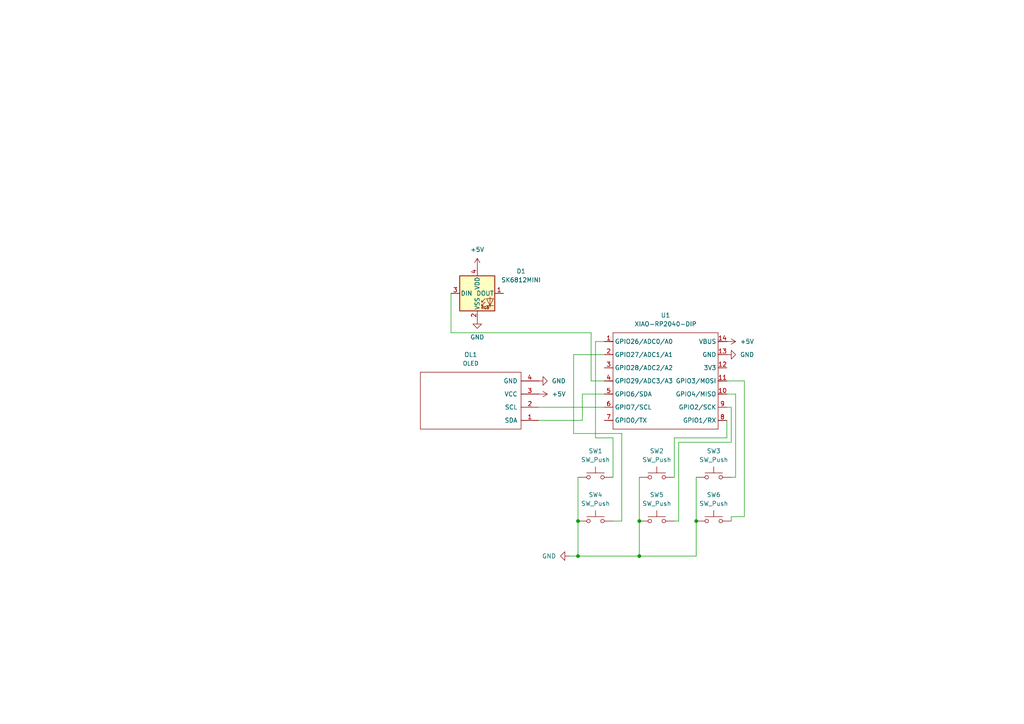
<source format=kicad_sch>
(kicad_sch (version 20250114) (generator "eeschema") (generator_version "9.0")
  (paper "A4")
  (lib_symbols
    (symbol "LED:SK6812MINI" (pin_names (offset 0.254))
      (property "Reference" "D" (at 5.08 5.715 0))
      (property "Value" "SK6812MINI" (at 1.27 -5.715 0))
      (symbol "SK6812MINI_0_0"
        (text "RGB" (at 2.286 -4.191 0) (effects (font (size 0.762 0.762))))
      )
      (symbol "SK6812MINI_0_1"
        (polyline (pts (xy 1.27 -2.54) (xy 1.778 -2.54)))
        (polyline (pts (xy 1.27 -3.556) (xy 1.778 -3.556)))
        (polyline (pts (xy 2.286 -1.524) (xy 1.27 -2.54) (xy 1.27 -2.032)))
        (polyline (pts (xy 2.286 -2.54) (xy 1.27 -3.556) (xy 1.27 -3.048)))
        (polyline (pts (xy 3.683 -1.016) (xy 3.683 -3.556) (xy 3.683 -4.064)))
        (polyline (pts (xy 4.699 -1.524) (xy 2.667 -1.524) (xy 3.683 -3.556) (xy 4.699 -1.524)))
        (polyline (pts (xy 4.699 -3.556) (xy 2.667 -3.556)))
        (rectangle (start 5.08 5.08) (end -5.08 -5.08) (stroke (width 0.254)) (fill (type background)))
      )
      (symbol "SK6812MINI_1_1"
        (pin input line (at -7.62 0 0) (length 2.54) (name "DIN") (number "3"))
        (pin power_in line (at 0 7.62 270) (length 2.54) (name "VDD") (number "4"))
        (pin power_in line (at 0 -7.62 90) (length 2.54) (name "VSS") (number "2"))
        (pin output line (at 7.62 0 180) (length 2.54) (name "DOUT") (number "1"))
      )
    )
    (symbol "OLED LIB:OLED" (pin_names (offset 1.016))
      (property "Reference" "OL" (at 0 2.54 0))
      (property "Value" "OLED" (at 0 -1.27 0))
      (symbol "OLED_0_1"
        (rectangle (start -13.97 8.89) (end 15.24 -7.62))
      )
      (symbol "OLED_1_1"
        (pin bidirectional line (at -19.05 6.35 0) (length 5.08) (name "SDA") (number "1"))
        (pin bidirectional line (at -19.05 2.54 0) (length 5.08) (name "SCL") (number "2"))
        (pin power_in line (at -19.05 -1.27 0) (length 5.08) (name "VCC") (number "3"))
        (pin power_in line (at -19.05 -5.08 0) (length 5.08) (name "GND") (number "4"))
      )
    )
    (symbol "OPL lib:XIAO-RP2040-DIP"
      (property "Reference" "U" (at 0 0 0))
      (property "Value" "XIAO-RP2040-DIP" (at 5.334 -1.778 0))
      (symbol "XIAO-RP2040-DIP_1_0"
        (polyline (pts (xy -1.27 -2.54) (xy 29.21 -2.54)) (stroke (width 0.1524)))
        (polyline (pts (xy -1.27 -5.08) (xy -2.54 -5.08)) (stroke (width 0.1524)))
        (polyline (pts (xy -1.27 -5.08) (xy -1.27 -2.54)) (stroke (width 0.1524)))
        (polyline (pts (xy -1.27 -8.89) (xy -2.54 -8.89)) (stroke (width 0.1524)))
        (polyline (pts (xy -1.27 -8.89) (xy -1.27 -5.08)) (stroke (width 0.1524)))
        (polyline (pts (xy -1.27 -12.7) (xy -2.54 -12.7)) (stroke (width 0.1524)))
        (polyline (pts (xy -1.27 -12.7) (xy -1.27 -8.89)) (stroke (width 0.1524)))
        (polyline (pts (xy -1.27 -16.51) (xy -2.54 -16.51)) (stroke (width 0.1524)))
        (polyline (pts (xy -1.27 -16.51) (xy -1.27 -12.7)) (stroke (width 0.1524)))
        (polyline (pts (xy -1.27 -20.32) (xy -2.54 -20.32)) (stroke (width 0.1524)))
        (polyline (pts (xy -1.27 -24.13) (xy -2.54 -24.13)) (stroke (width 0.1524)))
        (polyline (pts (xy -1.27 -27.94) (xy -2.54 -27.94)) (stroke (width 0.1524)))
        (polyline (pts (xy -1.27 -30.48) (xy -1.27 -16.51)) (stroke (width 0.1524)))
        (polyline (pts (xy 29.21 -2.54) (xy 29.21 -5.08)) (stroke (width 0.1524)))
        (polyline (pts (xy 29.21 -5.08) (xy 29.21 -8.89)) (stroke (width 0.1524)))
        (polyline (pts (xy 29.21 -8.89) (xy 29.21 -12.7)) (stroke (width 0.1524)))
        (polyline (pts (xy 29.21 -12.7) (xy 29.21 -30.48)) (stroke (width 0.1524)))
        (polyline (pts (xy 29.21 -30.48) (xy -1.27 -30.48)) (stroke (width 0.1524)))
        (polyline (pts (xy 30.48 -5.08) (xy 29.21 -5.08)) (stroke (width 0.1524)))
        (polyline (pts (xy 30.48 -8.89) (xy 29.21 -8.89)) (stroke (width 0.1524)))
        (polyline (pts (xy 30.48 -12.7) (xy 29.21 -12.7)) (stroke (width 0.1524)))
        (polyline (pts (xy 30.48 -16.51) (xy 29.21 -16.51)) (stroke (width 0.1524)))
        (polyline (pts (xy 30.48 -20.32) (xy 29.21 -20.32)) (stroke (width 0.1524)))
        (polyline (pts (xy 30.48 -24.13) (xy 29.21 -24.13)) (stroke (width 0.1524)))
        (polyline (pts (xy 30.48 -27.94) (xy 29.21 -27.94)) (stroke (width 0.1524)))
        (pin passive line (at -3.81 -5.08 0) (length 2.54) (name "GPIO26/ADC0/A0") (number "1"))
        (pin passive line (at -3.81 -8.89 0) (length 2.54) (name "GPIO27/ADC1/A1") (number "2"))
        (pin passive line (at -3.81 -12.7 0) (length 2.54) (name "GPIO28/ADC2/A2") (number "3"))
        (pin passive line (at -3.81 -16.51 0) (length 2.54) (name "GPIO29/ADC3/A3") (number "4"))
        (pin passive line (at -3.81 -20.32 0) (length 2.54) (name "GPIO6/SDA") (number "5"))
        (pin passive line (at -3.81 -24.13 0) (length 2.54) (name "GPIO7/SCL") (number "6"))
        (pin passive line (at -3.81 -27.94 0) (length 2.54) (name "GPIO0/TX") (number "7"))
        (pin passive line (at 31.75 -5.08 180) (length 2.54) (name "VBUS") (number "14"))
        (pin passive line (at 31.75 -8.89 180) (length 2.54) (name "GND") (number "13"))
        (pin passive line (at 31.75 -12.7 180) (length 2.54) (name "3V3") (number "12"))
        (pin passive line (at 31.75 -16.51 180) (length 2.54) (name "GPIO3/MOSI") (number "11"))
        (pin passive line (at 31.75 -20.32 180) (length 2.54) (name "GPIO4/MISO") (number "10"))
        (pin passive line (at 31.75 -24.13 180) (length 2.54) (name "GPIO2/SCK") (number "9"))
        (pin passive line (at 31.75 -27.94 180) (length 2.54) (name "GPIO1/RX") (number "8"))
      )
    )
    (symbol "Switch:SW_Push" (pin_numbers (hide yes)) (pin_names (offset 1.016) (hide yes))
      (property "Reference" "SW" (at 1.27 2.54 0))
      (property "Value" "SW_Push" (at 0 -1.524 0))
      (symbol "SW_Push_0_1"
        (circle (center -2.032 0) (radius 0.508))
        (polyline (pts (xy 0 1.27) (xy 0 3.048)))
        (circle (center 2.032 0) (radius 0.508))
        (polyline (pts (xy 2.54 1.27) (xy -2.54 1.27)))
        (pin passive line (at -5.08 0 0) (length 2.54) (name "1") (number "1"))
        (pin passive line (at 5.08 0 180) (length 2.54) (name "2") (number "2"))
      )
    )
    (symbol "power:+5V" (power) (pin_numbers (hide yes)) (pin_names (offset 0) (hide yes))
      (property "Value" "+5V" (at 0 3.556 0))
      (symbol "+5V_0_1"
        (polyline (pts (xy -0.762 1.27) (xy 0 2.54)))
        (polyline (pts (xy 0 2.54) (xy 0.762 1.27)))
        (polyline (pts (xy 0 0) (xy 0 2.54)))
      )
      (symbol "+5V_1_1"
        (pin power_in line (at 0 0 90) (length 0) (name "~") (number "1"))
      )
    )
    (symbol "power:GND" (power) (pin_numbers (hide yes)) (pin_names (offset 0) (hide yes))
      (property "Value" "GND" (at 0 -3.81 0))
      (symbol "GND_0_1"
        (polyline (pts (xy 0 0) (xy 0 -1.27) (xy 1.27 -1.27) (xy 0 -2.54) (xy -1.27 -1.27) (xy 0 -1.27)))
      )
      (symbol "GND_1_1"
        (pin power_in line (at 0 0 270) (length 0) (name "~") (number "1"))
      )
    )
  )
  (junction (at 167.64 161.29))
  (junction (at 185.42 161.29))
  (junction (at 167.64 151.13))
  (junction (at 201.93 151.13))
  (junction (at 185.42 151.13))
  (wire (pts (xy 156.21 121.92) (xy 168.91 121.92)))
  (wire (pts (xy 180.34 151.13) (xy 180.34 125.73)))
  (wire (pts (xy 130.81 85.09) (xy 130.81 96.52)))
  (wire (pts (xy 213.36 114.3) (xy 213.36 138.43)))
  (wire (pts (xy 215.9 110.49) (xy 210.82 110.49)))
  (wire (pts (xy 185.42 151.13) (xy 185.42 161.29)))
  (wire (pts (xy 195.58 151.13) (xy 196.85 151.13)))
  (wire (pts (xy 195.58 138.43) (xy 195.58 127)))
  (wire (pts (xy 180.34 125.73) (xy 166.37 125.73)))
  (wire (pts (xy 177.8 151.13) (xy 180.34 151.13)))
  (wire (pts (xy 195.58 127) (xy 210.82 127)))
  (wire (pts (xy 166.37 102.87) (xy 175.26 102.87)))
  (wire (pts (xy 201.93 138.43) (xy 201.93 151.13)))
  (wire (pts (xy 168.91 114.3) (xy 175.26 114.3)))
  (wire (pts (xy 177.8 138.43) (xy 177.8 127)))
  (wire (pts (xy 215.9 149.86) (xy 215.9 110.49)))
  (wire (pts (xy 130.81 96.52) (xy 171.45 96.52)))
  (wire (pts (xy 167.64 151.13) (xy 167.64 161.29)))
  (wire (pts (xy 212.09 149.86) (xy 215.9 149.86)))
  (wire (pts (xy 165.1 161.29) (xy 167.64 161.29)))
  (wire (pts (xy 185.42 161.29) (xy 201.93 161.29)))
  (wire (pts (xy 166.37 125.73) (xy 166.37 102.87)))
  (wire (pts (xy 171.45 110.49) (xy 175.26 110.49)))
  (wire (pts (xy 212.09 138.43) (xy 213.36 138.43)))
  (wire (pts (xy 156.21 118.11) (xy 175.26 118.11)))
  (wire (pts (xy 210.82 114.3) (xy 213.36 114.3)))
  (wire (pts (xy 212.09 118.11) (xy 210.82 118.11)))
  (wire (pts (xy 168.91 121.92) (xy 168.91 114.3)))
  (wire (pts (xy 167.64 161.29) (xy 185.42 161.29)))
  (wire (pts (xy 212.09 128.27) (xy 212.09 118.11)))
  (wire (pts (xy 167.64 138.43) (xy 167.64 151.13)))
  (wire (pts (xy 210.82 121.92) (xy 210.82 127)))
  (wire (pts (xy 172.72 99.06) (xy 175.26 99.06)))
  (wire (pts (xy 177.8 127) (xy 172.72 127)))
  (wire (pts (xy 171.45 96.52) (xy 171.45 110.49)))
  (wire (pts (xy 212.09 151.13) (xy 212.09 149.86)))
  (wire (pts (xy 196.85 128.27) (xy 212.09 128.27)))
  (wire (pts (xy 201.93 151.13) (xy 201.93 161.29)))
  (wire (pts (xy 196.85 151.13) (xy 196.85 128.27)))
  (wire (pts (xy 172.72 127) (xy 172.72 99.06)))
  (wire (pts (xy 185.42 138.43) (xy 185.42 151.13)))
  (symbol (lib_id "power:+5V") (at 138.43 77.47 0) (unit 1)
    (property "Reference" "#PWR05" (effects (hide yes)))
    (property "Value" "+5V" (at 138.43 72.39 0))
    (property "Description" "Power symbol creates a global label with name \"+5V\"" (effects (hide yes)))
  )
  (symbol (lib_id "Switch:SW_Push") (at 172.72 151.13 0) (unit 1)
    (property "Reference" "SW4" (at 172.72 143.51 0))
    (property "Value" "SW_Push" (at 172.72 146.05 0))
    (property "Footprint" "Button_Switch_Keyboard:SW_Cherry_MX_1.00u_PCB" (effects (hide yes)))
    (property "Description" "Push button switch, generic, two pins" (effects (hide yes)))
  )
  (symbol (lib_id "Switch:SW_Push") (at 190.5 151.13 0) (unit 1)
    (property "Reference" "SW5" (at 190.5 143.51 0))
    (property "Value" "SW_Push" (at 190.5 146.05 0))
    (property "Footprint" "Button_Switch_Keyboard:SW_Cherry_MX_1.00u_PCB" (effects (hide yes)))
    (property "Description" "Push button switch, generic, two pins" (effects (hide yes)))
  )
  (symbol (lib_id "Switch:SW_Push") (at 207.01 151.13 0) (unit 1)
    (property "Reference" "SW6" (at 207.01 143.51 0))
    (property "Value" "SW_Push" (at 207.01 146.05 0))
    (property "Footprint" "Button_Switch_Keyboard:SW_Cherry_MX_1.00u_PCB" (effects (hide yes)))
    (property "Description" "Push button switch, generic, two pins" (effects (hide yes)))
  )
  (symbol (lib_id "Switch:SW_Push") (at 190.5 138.43 0) (unit 1)
    (property "Reference" "SW2" (at 190.5 130.81 0))
    (property "Value" "SW_Push" (at 190.5 133.35 0))
    (property "Footprint" "Button_Switch_Keyboard:SW_Cherry_MX_1.00u_PCB" (effects (hide yes)))
    (property "Description" "Push button switch, generic, two pins" (effects (hide yes)))
  )
  (symbol (lib_id "power:+5V") (at 210.82 99.06 270) (unit 1)
    (property "Reference" "#PWR02" (effects (hide yes)))
    (property "Value" "+5V" (at 214.63 99.0599 90) (effects (justify left)))
    (property "Description" "Power symbol creates a global label with name \"+5V\"" (effects (hide yes)))
  )
  (symbol (lib_id "LED:SK6812MINI") (at 138.43 85.09 0) (unit 1)
    (property "Reference" "D1" (at 151.13 78.6698 0))
    (property "Value" "SK6812MINI" (at 151.13 81.2098 0))
    (property "Footprint" "LED_SMD:LED_SK6812MINI_PLCC4_3.5x3.5mm_P1.75mm" (effects (hide yes)))
    (property "Datasheet" "https://cdn-shop.adafruit.com/product-files/2686/SK6812MINI_REV.01-1-2.pdf" (effects (hide yes)))
    (property "Description" "RGB LED with integrated controller" (effects (hide yes)))
  )
  (symbol (lib_id "power:GND") (at 138.43 92.71 0) (unit 1)
    (property "Reference" "#PWR06" (effects (hide yes)))
    (property "Value" "GND" (at 138.43 97.79 0))
    (property "Description" "Power symbol creates a global label with name \"GND\" , ground" (effects (hide yes)))
  )
  (symbol (lib_id "Switch:SW_Push") (at 207.01 138.43 0) (unit 1)
    (property "Reference" "SW3" (at 207.01 130.81 0))
    (property "Value" "SW_Push" (at 207.01 133.35 0))
    (property "Footprint" "Button_Switch_Keyboard:SW_Cherry_MX_1.00u_PCB" (effects (hide yes)))
    (property "Description" "Push button switch, generic, two pins" (effects (hide yes)))
  )
  (symbol (lib_id "power:GND") (at 210.82 102.87 90) (unit 1)
    (property "Reference" "#PWR01" (effects (hide yes)))
    (property "Value" "GND" (at 214.63 102.8699 90) (effects (justify right)))
    (property "Description" "Power symbol creates a global label with name \"GND\" , ground" (effects (hide yes)))
  )
  (symbol (lib_id "power:+5V") (at 156.21 114.3 270) (unit 1)
    (property "Reference" "#PWR03" (effects (hide yes)))
    (property "Value" "+5V" (at 160.02 114.2999 90) (effects (justify left)))
    (property "Description" "Power symbol creates a global label with name \"+5V\"" (effects (hide yes)))
  )
  (symbol (lib_id "OLED LIB:OLED") (at 137.16 115.57 180) (unit 1)
    (property "Reference" "OL1" (at 136.525 102.87 0) (effects (font (size 1.2954 1.2954))))
    (property "Value" "OLED" (at 136.525 105.41 0) (effects (font (size 1.1938 1.1938))))
    (property "Footprint" "OLED LIB:OLED" (effects (hide yes)))
  )
  (symbol (lib_id "Switch:SW_Push") (at 172.72 138.43 0) (unit 1)
    (property "Reference" "SW1" (at 172.72 130.81 0))
    (property "Value" "SW_Push" (at 172.72 133.35 0))
    (property "Footprint" "Button_Switch_Keyboard:SW_Cherry_MX_1.00u_PCB" (effects (hide yes)))
    (property "Description" "Push button switch, generic, two pins" (effects (hide yes)))
  )
  (symbol (lib_id "power:GND") (at 156.21 110.49 90) (unit 1)
    (property "Reference" "#PWR04" (effects (hide yes)))
    (property "Value" "GND" (at 160.02 110.4899 90) (effects (justify right)))
    (property "Description" "Power symbol creates a global label with name \"GND\" , ground" (effects (hide yes)))
  )
  (symbol (lib_id "power:GND") (at 165.1 161.29 270) (unit 1)
    (property "Reference" "#PWR07" (effects (hide yes)))
    (property "Value" "GND" (at 161.29 161.2899 90) (effects (justify right)))
    (property "Description" "Power symbol creates a global label with name \"GND\" , ground" (effects (hide yes)))
  )
  (symbol (lib_id "OPL lib:XIAO-RP2040-DIP") (at 179.07 93.98 0) (unit 1)
    (property "Reference" "U1" (at 193.04 91.44 0))
    (property "Value" "XIAO-RP2040-DIP" (at 193.04 93.98 0))
    (property "Footprint" "OPL Footprint:XIAO-RP2040-DIP" (effects (hide yes)))
  )
)
</source>
